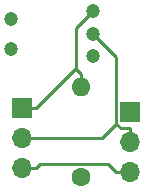
<source format=gbr>
%TF.GenerationSoftware,KiCad,Pcbnew,7.0.9*%
%TF.CreationDate,2023-11-25T09:20:38+10:00*%
%TF.ProjectId,util_photoswitch,7574696c-5f70-4686-9f74-6f7377697463,rev?*%
%TF.SameCoordinates,Original*%
%TF.FileFunction,Copper,L1,Top*%
%TF.FilePolarity,Positive*%
%FSLAX46Y46*%
G04 Gerber Fmt 4.6, Leading zero omitted, Abs format (unit mm)*
G04 Created by KiCad (PCBNEW 7.0.9) date 2023-11-25 09:20:38*
%MOMM*%
%LPD*%
G01*
G04 APERTURE LIST*
%TA.AperFunction,ComponentPad*%
%ADD10R,1.700000X1.700000*%
%TD*%
%TA.AperFunction,ComponentPad*%
%ADD11O,1.700000X1.700000*%
%TD*%
%TA.AperFunction,ComponentPad*%
%ADD12C,1.600000*%
%TD*%
%TA.AperFunction,ComponentPad*%
%ADD13O,1.600000X1.600000*%
%TD*%
%TA.AperFunction,ComponentPad*%
%ADD14C,1.200000*%
%TD*%
%TA.AperFunction,Conductor*%
%ADD15C,0.250000*%
%TD*%
G04 APERTURE END LIST*
D10*
%TO.P,J1,1,Pin_1*%
%TO.N,+5V*%
X144430000Y-100700000D03*
D11*
%TO.P,J1,2,Pin_2*%
%TO.N,Net-(J1-Pin_2)*%
X144430000Y-103240000D03*
%TO.P,J1,3,Pin_3*%
%TO.N,GND*%
X144430000Y-105780000D03*
%TD*%
D12*
%TO.P,R1,1*%
%TO.N,Net-(U1-A)*%
X140270000Y-106190000D03*
D13*
%TO.P,R1,2*%
%TO.N,+5V*%
X140270000Y-98570000D03*
%TD*%
D10*
%TO.P,J2,1,Pin_1*%
%TO.N,+5V*%
X135270000Y-100350000D03*
D11*
%TO.P,J2,2,Pin_2*%
%TO.N,Net-(J1-Pin_2)*%
X135270000Y-102890000D03*
%TO.P,J2,3,Pin_3*%
%TO.N,GND*%
X135270000Y-105430000D03*
%TD*%
D14*
%TO.P,U1,1,A*%
%TO.N,Net-(U1-A)*%
X134289980Y-95330000D03*
%TO.P,U1,2,K*%
%TO.N,GND*%
X134289980Y-92790000D03*
%TO.P,U1,3,VCC*%
%TO.N,+5V*%
X141274980Y-92155000D03*
%TO.P,U1,4,VOUT*%
%TO.N,Net-(J1-Pin_2)*%
X141274980Y-94060000D03*
%TO.P,U1,5,GND*%
%TO.N,GND*%
X141274980Y-95965000D03*
%TD*%
D15*
%TO.N,+5V*%
X140270000Y-98570000D02*
X140270000Y-97444700D01*
X139744600Y-97050700D02*
X139876000Y-97050700D01*
X136445300Y-100350000D02*
X139744600Y-97050700D01*
X139876000Y-93554000D02*
X139876000Y-97050700D01*
X141275000Y-92155000D02*
X139876000Y-93554000D01*
X139876000Y-97050700D02*
X140270000Y-97444700D01*
X135270000Y-100350000D02*
X136445300Y-100350000D01*
%TO.N,Net-(J1-Pin_2)*%
X144430000Y-103240000D02*
X144430000Y-102064700D01*
X142062200Y-102890000D02*
X135270000Y-102890000D01*
X143254700Y-101697500D02*
X142062200Y-102890000D01*
X143254700Y-96039700D02*
X143254700Y-101697500D01*
X141275000Y-94060000D02*
X143254700Y-96039700D01*
X143621900Y-102064700D02*
X144430000Y-102064700D01*
X143254700Y-101697500D02*
X143621900Y-102064700D01*
%TO.N,GND*%
X136818400Y-105056900D02*
X136445300Y-105430000D01*
X142531600Y-105056900D02*
X136818400Y-105056900D01*
X143254700Y-105780000D02*
X142531600Y-105056900D01*
X144430000Y-105780000D02*
X143254700Y-105780000D01*
X135270000Y-105430000D02*
X136445300Y-105430000D01*
%TD*%
M02*

</source>
